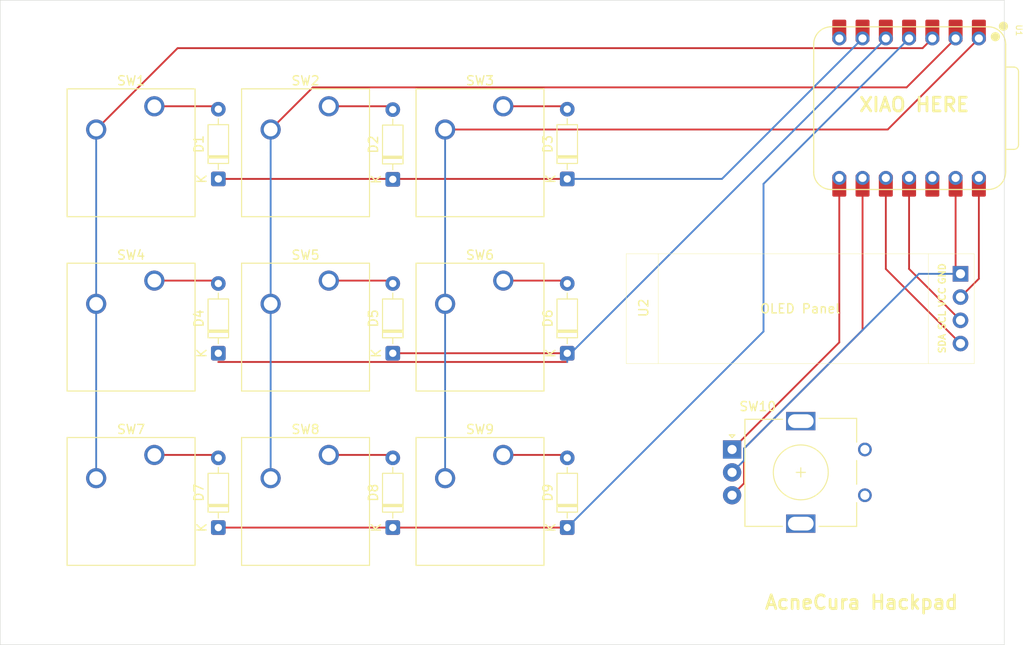
<source format=kicad_pcb>
(kicad_pcb (version 20241229) (generator "pcbnew") (generator_version "9.0")
  (layers (0 "F.Cu" signal) (2 "B.Cu" signal) (13 "F.Paste" user) (15 "B.Paste" user) (5 "F.SilkS" user "F.Silkscreen") (7 "B.SilkS" user "B.Silkscreen") (1 "F.Mask" user) (3 "B.Mask" user) (25 "Edge.Cuts" user))
  (net 0 "")
  (net 1 "+5V")
  (net 2 "GND")
  (net 4 "Row 0")
  (net 5 "Net-(D1-A)")
  (net 6 "Net-(D2-A)")
  (net 7 "Net-(D3-A)")
  (net 8 "Net-(D4-A)")
  (net 9 "Row 1")
  (net 10 "Net-(D5-A)")
  (net 11 "Net-(D6-A)")
  (net 12 "Row 2")
  (net 13 "Net-(D7-A)")
  (net 14 "Net-(D8-A)")
  (net 15 "Net-(D9-A)")
  (net 16 "Col 0")
  (net 17 "Col 1")
  (net 18 "Col 2")
  (net 19 "EN_B")
  (net 20 "EN_A")
  (net 21 "OL_SDA")
  (net 23 "OL_SCL")
  (footprint "Button_Switch_Keyboard:SW_Cherry_MX_1.00u_PCB" (layer "F.Cu") (at 135.89 99.695)
    (property "Reference" "SW7" (at -2.54 -2.794 0) (layer "F.SilkS"))
    (property "Value" "SW_Push")
    (fp_line (start -9.525 -1.905) (end 4.445 -1.905) (stroke (width 0.12)) (layer "F.SilkS"))
    (fp_line (start -9.525 12.065) (end -9.525 -1.905) (stroke (width 0.12)) (layer "F.SilkS"))
    (fp_line (start 4.445 -1.905) (end 4.445 12.065) (stroke (width 0.12)) (layer "F.SilkS"))
    (fp_line (start 4.445 12.065) (end -9.525 12.065) (stroke (width 0.12)) (layer "F.SilkS"))
    (pad "" np_thru_hole circle (at -7.62 5.08) (size 1.7 1.7) (drill 1.7) (layers "*.Cu" "*.Mask"))
    (pad "" np_thru_hole circle (at -2.54 5.08) (size 4 4) (drill 4) (layers "*.Cu" "*.Mask"))
    (pad "" np_thru_hole circle (at 2.54 5.08) (size 1.7 1.7) (drill 1.7) (layers "*.Cu" "*.Mask"))
    (pad "1" thru_hole circle (at 0 0) (size 2.2 2.2) (drill 1.5) (layers "*.Cu" "*.Mask") (net 13 "Net-(D7-A)"))
    (pad "2" thru_hole circle (at -6.35 2.54) (size 2.2 2.2) (drill 1.5) (layers "*.Cu" "*.Mask") (net 16 "Col 0"))
  )
  (footprint "Button_Switch_Keyboard:SW_Cherry_MX_1.00u_PCB" (layer "F.Cu") (at 154.94 80.645)
    (property "Reference" "SW5" (at -2.54 -2.794 0) (layer "F.SilkS"))
    (property "Value" "SW_Push")
    (fp_line (start -9.525 -1.905) (end 4.445 -1.905) (stroke (width 0.12)) (layer "F.SilkS"))
    (fp_line (start -9.525 12.065) (end -9.525 -1.905) (stroke (width 0.12)) (layer "F.SilkS"))
    (fp_line (start 4.445 -1.905) (end 4.445 12.065) (stroke (width 0.12)) (layer "F.SilkS"))
    (fp_line (start 4.445 12.065) (end -9.525 12.065) (stroke (width 0.12)) (layer "F.SilkS"))
    (pad "" np_thru_hole circle (at -7.62 5.08) (size 1.7 1.7) (drill 1.7) (layers "*.Cu" "*.Mask"))
    (pad "" np_thru_hole circle (at -2.54 5.08) (size 4 4) (drill 4) (layers "*.Cu" "*.Mask"))
    (pad "" np_thru_hole circle (at 2.54 5.08) (size 1.7 1.7) (drill 1.7) (layers "*.Cu" "*.Mask"))
    (pad "1" thru_hole circle (at 0 0) (size 2.2 2.2) (drill 1.5) (layers "*.Cu" "*.Mask") (net 10 "Net-(D5-A)"))
    (pad "2" thru_hole circle (at -6.35 2.54) (size 2.2 2.2) (drill 1.5) (layers "*.Cu" "*.Mask") (net 17 "Col 1"))
  )
  (footprint "Diode_THT:D_DO-35_SOD27_P7.62mm_Horizontal" (layer "F.Cu") (at 180.975 107.6325 90)
    (property "Reference" "D9" (at 3.81 -2.12 90) (layer "F.SilkS"))
    (property "Value" "1N4148WT")
    (fp_line (start 2.53 -1.12) (end 2.53 1.12) (stroke (width 0.12)) (layer "F.SilkS"))
    (fp_line (start 2.41 -1.12) (end 2.41 1.12) (stroke (width 0.12)) (layer "F.SilkS"))
    (fp_line (start 2.29 -1.12) (end 2.29 1.12) (stroke (width 0.12)) (layer "F.SilkS"))
    (fp_line (start 6.58 0) (end 5.93 0) (stroke (width 0.12)) (layer "F.SilkS"))
    (fp_line (start 1.04 0) (end 1.69 0) (stroke (width 0.12)) (layer "F.SilkS"))
    (fp_rect (start 1.69 -1.12) (end 5.93 1.12) (stroke (width 0.12)) (fill no) (layer "F.SilkS"))
    (fp_text user "K" (at 0 -1.8 90) (layer "F.SilkS"))
    (pad "1" thru_hole roundrect (at 0 0 90) (size 1.6 1.6) (drill 0.8) (layers "*.Cu" "*.Mask") (roundrect_rratio 0.15625) (net 12 "Row 2"))
    (pad "2" thru_hole circle (at 7.62 0 90) (size 1.6 1.6) (drill 0.8) (layers "*.Cu" "*.Mask") (net 15 "Net-(D9-A)"))
  )
  (footprint "Diode_THT:D_DO-35_SOD27_P7.62mm_Horizontal" (layer "F.Cu") (at 161.925 107.6325 90)
    (property "Reference" "D8" (at 3.81 -2.12 90) (layer "F.SilkS"))
    (property "Value" "1N4148WT")
    (fp_line (start 2.53 -1.12) (end 2.53 1.12) (stroke (width 0.12)) (layer "F.SilkS"))
    (fp_line (start 2.41 -1.12) (end 2.41 1.12) (stroke (width 0.12)) (layer "F.SilkS"))
    (fp_line (start 2.29 -1.12) (end 2.29 1.12) (stroke (width 0.12)) (layer "F.SilkS"))
    (fp_line (start 6.58 0) (end 5.93 0) (stroke (width 0.12)) (layer "F.SilkS"))
    (fp_line (start 1.04 0) (end 1.69 0) (stroke (width 0.12)) (layer "F.SilkS"))
    (fp_rect (start 1.69 -1.12) (end 5.93 1.12) (stroke (width 0.12)) (fill no) (layer "F.SilkS"))
    (fp_text user "K" (at 0 -1.8 90) (layer "F.SilkS"))
    (pad "1" thru_hole roundrect (at 0 0 90) (size 1.6 1.6) (drill 0.8) (layers "*.Cu" "*.Mask") (roundrect_rratio 0.15625) (net 12 "Row 2"))
    (pad "2" thru_hole circle (at 7.62 0 90) (size 1.6 1.6) (drill 0.8) (layers "*.Cu" "*.Mask") (net 14 "Net-(D8-A)"))
  )
  (footprint "Diode_THT:D_DO-35_SOD27_P7.62mm_Horizontal" (layer "F.Cu") (at 180.975 88.5825 90)
    (property "Reference" "D6" (at 3.81 -2.12 90) (layer "F.SilkS"))
    (property "Value" "1N4148WT")
    (fp_line (start 2.53 -1.12) (end 2.53 1.12) (stroke (width 0.12)) (layer "F.SilkS"))
    (fp_line (start 2.41 -1.12) (end 2.41 1.12) (stroke (width 0.12)) (layer "F.SilkS"))
    (fp_line (start 2.29 -1.12) (end 2.29 1.12) (stroke (width 0.12)) (layer "F.SilkS"))
    (fp_line (start 6.58 0) (end 5.93 0) (stroke (width 0.12)) (layer "F.SilkS"))
    (fp_line (start 1.04 0) (end 1.69 0) (stroke (width 0.12)) (layer "F.SilkS"))
    (fp_rect (start 1.69 -1.12) (end 5.93 1.12) (stroke (width 0.12)) (fill no) (layer "F.SilkS"))
    (fp_text user "K" (at 0 -1.8 90) (layer "F.SilkS"))
    (pad "1" thru_hole roundrect (at 0 0 90) (size 1.6 1.6) (drill 0.8) (layers "*.Cu" "*.Mask") (roundrect_rratio 0.15625) (net 9 "Row 1"))
    (pad "2" thru_hole circle (at 7.62 0 90) (size 1.6 1.6) (drill 0.8) (layers "*.Cu" "*.Mask") (net 11 "Net-(D6-A)"))
  )
  (footprint "Button_Switch_Keyboard:SW_Cherry_MX_1.00u_PCB" (layer "F.Cu") (at 135.89 61.595)
    (property "Reference" "SW1" (at -2.54 -2.794 0) (layer "F.SilkS"))
    (property "Value" "SW_Push")
    (fp_line (start -9.525 -1.905) (end 4.445 -1.905) (stroke (width 0.12)) (layer "F.SilkS"))
    (fp_line (start -9.525 12.065) (end -9.525 -1.905) (stroke (width 0.12)) (layer "F.SilkS"))
    (fp_line (start 4.445 -1.905) (end 4.445 12.065) (stroke (width 0.12)) (layer "F.SilkS"))
    (fp_line (start 4.445 12.065) (end -9.525 12.065) (stroke (width 0.12)) (layer "F.SilkS"))
    (pad "" np_thru_hole circle (at -7.62 5.08) (size 1.7 1.7) (drill 1.7) (layers "*.Cu" "*.Mask"))
    (pad "" np_thru_hole circle (at -2.54 5.08) (size 4 4) (drill 4) (layers "*.Cu" "*.Mask"))
    (pad "" np_thru_hole circle (at 2.54 5.08) (size 1.7 1.7) (drill 1.7) (layers "*.Cu" "*.Mask"))
    (pad "1" thru_hole circle (at 0 0) (size 2.2 2.2) (drill 1.5) (layers "*.Cu" "*.Mask") (net 5 "Net-(D1-A)"))
    (pad "2" thru_hole circle (at -6.35 2.54) (size 2.2 2.2) (drill 1.5) (layers "*.Cu" "*.Mask") (net 16 "Col 0"))
  )
  (footprint "Button_Switch_Keyboard:SW_Cherry_MX_1.00u_PCB" (layer "F.Cu") (at 173.99 80.645)
    (property "Reference" "SW6" (at -2.54 -2.794 0) (layer "F.SilkS"))
    (property "Value" "SW_Push")
    (fp_line (start -9.525 -1.905) (end 4.445 -1.905) (stroke (width 0.12)) (layer "F.SilkS"))
    (fp_line (start -9.525 12.065) (end -9.525 -1.905) (stroke (width 0.12)) (layer "F.SilkS"))
    (fp_line (start 4.445 -1.905) (end 4.445 12.065) (stroke (width 0.12)) (layer "F.SilkS"))
    (fp_line (start 4.445 12.065) (end -9.525 12.065) (stroke (width 0.12)) (layer "F.SilkS"))
    (pad "" np_thru_hole circle (at -7.62 5.08) (size 1.7 1.7) (drill 1.7) (layers "*.Cu" "*.Mask"))
    (pad "" np_thru_hole circle (at -2.54 5.08) (size 4 4) (drill 4) (layers "*.Cu" "*.Mask"))
    (pad "" np_thru_hole circle (at 2.54 5.08) (size 1.7 1.7) (drill 1.7) (layers "*.Cu" "*.Mask"))
    (pad "1" thru_hole circle (at 0 0) (size 2.2 2.2) (drill 1.5) (layers "*.Cu" "*.Mask") (net 11 "Net-(D6-A)"))
    (pad "2" thru_hole circle (at -6.35 2.54) (size 2.2 2.2) (drill 1.5) (layers "*.Cu" "*.Mask") (net 18 "Col 2"))
  )
  (footprint "Button_Switch_Keyboard:SW_Cherry_MX_1.00u_PCB" (layer "F.Cu") (at 154.94 61.595)
    (property "Reference" "SW2" (at -2.54 -2.794 0) (layer "F.SilkS"))
    (property "Value" "SW_Push")
    (fp_line (start -9.525 -1.905) (end 4.445 -1.905) (stroke (width 0.12)) (layer "F.SilkS"))
    (fp_line (start -9.525 12.065) (end -9.525 -1.905) (stroke (width 0.12)) (layer "F.SilkS"))
    (fp_line (start 4.445 -1.905) (end 4.445 12.065) (stroke (width 0.12)) (layer "F.SilkS"))
    (fp_line (start 4.445 12.065) (end -9.525 12.065) (stroke (width 0.12)) (layer "F.SilkS"))
    (pad "" np_thru_hole circle (at -7.62 5.08) (size 1.7 1.7) (drill 1.7) (layers "*.Cu" "*.Mask"))
    (pad "" np_thru_hole circle (at -2.54 5.08) (size 4 4) (drill 4) (layers "*.Cu" "*.Mask"))
    (pad "" np_thru_hole circle (at 2.54 5.08) (size 1.7 1.7) (drill 1.7) (layers "*.Cu" "*.Mask"))
    (pad "1" thru_hole circle (at 0 0) (size 2.2 2.2) (drill 1.5) (layers "*.Cu" "*.Mask") (net 6 "Net-(D2-A)"))
    (pad "2" thru_hole circle (at -6.35 2.54) (size 2.2 2.2) (drill 1.5) (layers "*.Cu" "*.Mask") (net 17 "Col 1"))
  )
  (footprint "OPL:XIAO-RP2040-DIP" (layer "F.Cu") (at 218.3 61.8 -90)
    (property "Reference" "U1" (at -8.5 -12 270) (layer "F.SilkS") (effects (font (size 0.635 0.635) (thickness 0.1016))))
    (property "Value" "XIAO-RP2040-DIP")
    (fp_line (start -6.985 10.414) (end 6.985 10.414) (stroke (width 0.127)) (layer "F.SilkS"))
    (fp_line (start -8.89 8.509) (end -8.89 -8.636) (stroke (width 0.127)) (layer "F.SilkS"))
    (fp_line (start 8.89 8.509) (end 8.89 -8.636) (stroke (width 0.127)) (layer "F.SilkS"))
    (fp_line (start -4.495 -10.541) (end -4.491272 -11.451272) (stroke (width 0.127)) (layer "F.SilkS"))
    (fp_line (start 6.985 -10.541) (end -6.985 -10.541) (stroke (width 0.1)) (layer "F.SilkS"))
    (fp_line (start 6.985 -10.541) (end -6.985 -10.541) (stroke (width 0.127)) (layer "F.SilkS"))
    (fp_line (start 4.504 -11.451) (end 4.504 -10.541) (stroke (width 0.127)) (layer "F.SilkS"))
    (fp_line (start -3.991272 -11.951) (end 4.004 -11.951) (stroke (width 0.127)) (layer "F.SilkS"))
    (fp_arc (start -6.985 10.414) (mid -8.332038 9.856038) (end -8.89 8.509) (stroke (width 0.127)) (layer "F.SilkS"))
    (fp_arc (start 8.89 8.509) (mid 8.332038 9.856038) (end 6.985 10.414) (stroke (width 0.127)) (layer "F.SilkS"))
    (fp_arc (start -8.89 -8.636) (mid -8.332038 -9.983038) (end -6.985 -10.541) (stroke (width 0.127)) (layer "F.SilkS"))
    (fp_arc (start 6.985 -10.541) (mid 8.332038 -9.983038) (end 8.89 -8.636) (stroke (width 0.127)) (layer "F.SilkS"))
    (fp_arc (start -4.491272 -11.451272) (mid -4.344728 -11.80464) (end -3.991272 -11.951) (stroke (width 0.127)) (layer "F.SilkS"))
    (fp_arc (start 4.004 -11.951) (mid 4.357553 -11.804553) (end 4.504 -11.451) (stroke (width 0.127)) (layer "F.SilkS"))
    (fp_circle (center -7.807 -9.42) (end -7.807 -9.674) (stroke (width 0.5)) (fill yes) (layer "F.SilkS"))
    (fp_circle (center -8.95 -10.3) (end -8.95 -10.554) (stroke (width 0.5)) (fill yes) (layer "F.SilkS"))
    (pad "1" smd roundrect (at -8.455 -7.62 90) (size 2.432 1.524) (layers "F.Cu" "F.Mask") (roundrect_rratio 0.1) (net 18 "Col 2"))
    (pad "1" thru_hole circle (at -7.62 -7.62 90) (size 1.524 1.524) (drill 0.889) (layers "*.Cu" "*.Mask") (net 18 "Col 2"))
    (pad "2" smd roundrect (at -8.455 -5.08 90) (size 2.432 1.524) (layers "F.Cu" "F.Mask") (roundrect_rratio 0.1) (net 17 "Col 1"))
    (pad "2" thru_hole circle (at -7.62 -5.08 90) (size 1.524 1.524) (drill 0.889) (layers "*.Cu" "*.Mask") (net 17 "Col 1"))
    (pad "3" smd roundrect (at -8.455 -2.54 90) (size 2.432 1.524) (layers "F.Cu" "F.Mask") (roundrect_rratio 0.1) (net 16 "Col 0"))
    (pad "3" thru_hole circle (at -7.62 -2.54 90) (size 1.524 1.524) (drill 0.889) (layers "*.Cu" "*.Mask") (net 16 "Col 0"))
    (pad "4" smd roundrect (at -8.455 0 90) (size 2.432 1.524) (layers "F.Cu" "F.Mask") (roundrect_rratio 0.1) (net 12 "Row 2"))
    (pad "4" thru_hole circle (at -7.62 0 90) (size 1.524 1.524) (drill 0.889) (layers "*.Cu" "*.Mask") (net 12 "Row 2"))
    (pad "5" smd roundrect (at -8.455 2.54 90) (size 2.432 1.524) (layers "F.Cu" "F.Mask") (roundrect_rratio 0.1) (net 9 "Row 1"))
    (pad "5" thru_hole circle (at -7.62 2.54 90) (size 1.524 1.524) (drill 0.889) (layers "*.Cu" "*.Mask") (net 9 "Row 1"))
    (pad "6" smd roundrect (at -8.455 5.08 90) (size 2.432 1.524) (layers "F.Cu" "F.Mask") (roundrect_rratio 0.1) (net 4 "Row 0"))
    (pad "6" thru_hole circle (at -7.62 5.08 90) (size 1.524 1.524) (drill 0.889) (layers "*.Cu" "*.Mask") (net 4 "Row 0"))
    (pad "7" smd roundrect (at -8.455 7.62 90) (size 2.432 1.524) (layers "F.Cu" "F.Mask") (roundrect_rratio 0.1))
    (pad "7" thru_hole circle (at -7.62 7.62 90) (size 1.524 1.524) (drill 0.889) (layers "*.Cu" "*.Mask"))
    (pad "8" thru_hole circle (at 7.62 7.62 270) (size 1.524 1.524) (drill 0.889) (layers "*.Cu" "*.Mask") (net 20 "EN_A"))
    (pad "8" smd roundrect (at 8.455 7.62 270) (size 2.432 1.524) (layers "F.Cu" "F.Mask") (roundrect_rratio 0.1) (net 20 "EN_A"))
    (pad "9" thru_hole circle (at 7.62 5.08 270) (size 1.524 1.524) (drill 0.889) (layers "*.Cu" "*.Mask") (net 19 "EN_B"))
    (pad "9" smd roundrect (at 8.455 5.08 270) (size 2.432 1.524) (layers "F.Cu" "F.Mask") (roundrect_rratio 0.1) (net 19 "EN_B"))
    (pad "10" thru_hole circle (at 7.62 2.54 270) (size 1.524 1.524) (drill 0.889) (layers "*.Cu" "*.Mask") (net 21 "OL_SDA"))
    (pad "10" smd roundrect (at 8.455 2.54 270) (size 2.432 1.524) (layers "F.Cu" "F.Mask") (roundrect_rratio 0.1) (net 21 "OL_SDA"))
    (pad "11" thru_hole circle (at 7.62 0 270) (size 1.524 1.524) (drill 0.889) (layers "*.Cu" "*.Mask") (net 23 "OL_SCL"))
    (pad "11" smd roundrect (at 8.455 0 270) (size 2.432 1.524) (layers "F.Cu" "F.Mask") (roundrect_rratio 0.1) (net 23 "OL_SCL"))
    (pad "12" thru_hole circle (at 7.62 -2.54 270) (size 1.524 1.524) (drill 0.889) (layers "*.Cu" "*.Mask"))
    (pad "12" smd roundrect (at 8.455 -2.54 270) (size 2.432 1.524) (layers "F.Cu" "F.Mask") (roundrect_rratio 0.1))
    (pad "13" thru_hole circle (at 7.62 -5.08 270) (size 1.524 1.524) (drill 0.889) (layers "*.Cu" "*.Mask") (net 2 "GND"))
    (pad "13" smd roundrect (at 8.455 -5.08 270) (size 2.432 1.524) (layers "F.Cu" "F.Mask") (roundrect_rratio 0.1) (net 2 "GND"))
    (pad "14" thru_hole circle (at 7.62 -7.62 270) (size 1.524 1.524) (drill 0.889) (layers "*.Cu" "*.Mask") (net 1 "+5V"))
    (pad "14" smd roundrect (at 8.455 -7.62 270) (size 2.432 1.524) (layers "F.Cu" "F.Mask") (roundrect_rratio 0.1) (net 1 "+5V"))
  )
  (footprint "Diode_THT:D_DO-35_SOD27_P7.62mm_Horizontal" (layer "F.Cu") (at 161.925 88.5825 90)
    (property "Reference" "D5" (at 3.81 -2.12 90) (layer "F.SilkS"))
    (property "Value" "1N4148WT")
    (fp_line (start 2.53 -1.12) (end 2.53 1.12) (stroke (width 0.12)) (layer "F.SilkS"))
    (fp_line (start 2.41 -1.12) (end 2.41 1.12) (stroke (width 0.12)) (layer "F.SilkS"))
    (fp_line (start 2.29 -1.12) (end 2.29 1.12) (stroke (width 0.12)) (layer "F.SilkS"))
    (fp_line (start 6.58 0) (end 5.93 0) (stroke (width 0.12)) (layer "F.SilkS"))
    (fp_line (start 1.04 0) (end 1.69 0) (stroke (width 0.12)) (layer "F.SilkS"))
    (fp_rect (start 1.69 -1.12) (end 5.93 1.12) (stroke (width 0.12)) (fill no) (layer "F.SilkS"))
    (fp_text user "K" (at 0 -1.8 90) (layer "F.SilkS"))
    (pad "1" thru_hole roundrect (at 0 0 90) (size 1.6 1.6) (drill 0.8) (layers "*.Cu" "*.Mask") (roundrect_rratio 0.15625) (net 9 "Row 1"))
    (pad "2" thru_hole circle (at 7.62 0 90) (size 1.6 1.6) (drill 0.8) (layers "*.Cu" "*.Mask") (net 10 "Net-(D5-A)"))
  )
  (footprint "Button_Switch_Keyboard:SW_Cherry_MX_1.00u_PCB" (layer "F.Cu") (at 173.99 61.595)
    (property "Reference" "SW3" (at -2.54 -2.794 0) (layer "F.SilkS"))
    (property "Value" "SW_Push")
    (fp_line (start -9.525 -1.905) (end 4.445 -1.905) (stroke (width 0.12)) (layer "F.SilkS"))
    (fp_line (start -9.525 12.065) (end -9.525 -1.905) (stroke (width 0.12)) (layer "F.SilkS"))
    (fp_line (start 4.445 -1.905) (end 4.445 12.065) (stroke (width 0.12)) (layer "F.SilkS"))
    (fp_line (start 4.445 12.065) (end -9.525 12.065) (stroke (width 0.12)) (layer "F.SilkS"))
    (pad "" np_thru_hole circle (at -7.62 5.08) (size 1.7 1.7) (drill 1.7) (layers "*.Cu" "*.Mask"))
    (pad "" np_thru_hole circle (at -2.54 5.08) (size 4 4) (drill 4) (layers "*.Cu" "*.Mask"))
    (pad "" np_thru_hole circle (at 2.54 5.08) (size 1.7 1.7) (drill 1.7) (layers "*.Cu" "*.Mask"))
    (pad "1" thru_hole circle (at 0 0) (size 2.2 2.2) (drill 1.5) (layers "*.Cu" "*.Mask") (net 7 "Net-(D3-A)"))
    (pad "2" thru_hole circle (at -6.35 2.54) (size 2.2 2.2) (drill 1.5) (layers "*.Cu" "*.Mask") (net 18 "Col 2"))
  )
  (footprint "OLED:SSD1306-0.91-OLED-4pin-128x32" (layer "F.Cu") (at 187.415 77.715)
    (property "Reference" "U2" (at 1.9 5.91 90) (layer "F.SilkS"))
    (property "Value" "~")
    (fp_line (start 0 0) (end 0 12) (stroke (width 0.04)) (layer "F.SilkS"))
    (fp_line (start 0 12) (end 38 12) (stroke (width 0.04)) (layer "F.SilkS"))
    (fp_line (start 3.5 0) (end 3.5 12) (stroke (width 0.04)) (layer "F.SilkS"))
    (fp_line (start 33 0) (end 33 12) (stroke (width 0.04)) (layer "F.SilkS"))
    (fp_line (start 38 0) (end 0 0) (stroke (width 0.04)) (layer "F.SilkS"))
    (fp_line (start 38 12) (end 38 0) (stroke (width 0.04)) (layer "F.SilkS"))
    (fp_text user "GND" (at 34.5 2.19 270) (layer "F.SilkS") (effects (font (size 0.75 0.75))))
    (fp_text user "VCC" (at 34.5 4.73 270) (layer "F.SilkS") (effects (font (size 0.75 0.75))))
    (fp_text user "SDA" (at 34.5 9.81 270) (layer "F.SilkS") (effects (font (size 0.75 0.75))))
    (fp_text user "OLED Panel" (at 19 6 0) (layer "F.SilkS"))
    (fp_text user "SCL" (at 34.5 7.27 270) (layer "F.SilkS") (effects (font (size 0.75 0.75))))
    (pad "1" thru_hole rect (at 36.5 2.19) (size 1.7 1.7) (drill 1) (layers "*.Cu" "*.Mask") (net 2 "GND"))
    (pad "2" thru_hole oval (at 36.5 4.73) (size 1.7 1.7) (drill 1) (layers "*.Cu" "*.Mask") (net 1 "+5V"))
    (pad "3" thru_hole oval (at 36.5 7.27) (size 1.7 1.7) (drill 1) (layers "*.Cu" "*.Mask") (net 23 "OL_SCL"))
    (pad "4" thru_hole oval (at 36.5 9.81) (size 1.7 1.7) (drill 1) (layers "*.Cu" "*.Mask") (net 21 "OL_SDA"))
  )
  (footprint "Button_Switch_Keyboard:SW_Cherry_MX_1.00u_PCB" (layer "F.Cu") (at 154.94 99.695)
    (property "Reference" "SW8" (at -2.54 -2.794 0) (layer "F.SilkS"))
    (property "Value" "SW_Push")
    (fp_line (start -9.525 -1.905) (end 4.445 -1.905) (stroke (width 0.12)) (layer "F.SilkS"))
    (fp_line (start -9.525 12.065) (end -9.525 -1.905) (stroke (width 0.12)) (layer "F.SilkS"))
    (fp_line (start 4.445 -1.905) (end 4.445 12.065) (stroke (width 0.12)) (layer "F.SilkS"))
    (fp_line (start 4.445 12.065) (end -9.525 12.065) (stroke (width 0.12)) (layer "F.SilkS"))
    (pad "" np_thru_hole circle (at -7.62 5.08) (size 1.7 1.7) (drill 1.7) (layers "*.Cu" "*.Mask"))
    (pad "" np_thru_hole circle (at -2.54 5.08) (size 4 4) (drill 4) (layers "*.Cu" "*.Mask"))
    (pad "" np_thru_hole circle (at 2.54 5.08) (size 1.7 1.7) (drill 1.7) (layers "*.Cu" "*.Mask"))
    (pad "1" thru_hole circle (at 0 0) (size 2.2 2.2) (drill 1.5) (layers "*.Cu" "*.Mask") (net 14 "Net-(D8-A)"))
    (pad "2" thru_hole circle (at -6.35 2.54) (size 2.2 2.2) (drill 1.5) (layers "*.Cu" "*.Mask") (net 17 "Col 1"))
  )
  (footprint "Diode_THT:D_DO-35_SOD27_P7.62mm_Horizontal" (layer "F.Cu") (at 142.875 88.5825 90)
    (property "Reference" "D4" (at 3.81 -2.12 90) (layer "F.SilkS"))
    (property "Value" "1N4148WT")
    (fp_line (start 2.53 -1.12) (end 2.53 1.12) (stroke (width 0.12)) (layer "F.SilkS"))
    (fp_line (start 2.41 -1.12) (end 2.41 1.12) (stroke (width 0.12)) (layer "F.SilkS"))
    (fp_line (start 2.29 -1.12) (end 2.29 1.12) (stroke (width 0.12)) (layer "F.SilkS"))
    (fp_line (start 6.58 0) (end 5.93 0) (stroke (width 0.12)) (layer "F.SilkS"))
    (fp_line (start 1.04 0) (end 1.69 0) (stroke (width 0.12)) (layer "F.SilkS"))
    (fp_rect (start 1.69 -1.12) (end 5.93 1.12) (stroke (width 0.12)) (fill no) (layer "F.SilkS"))
    (fp_text user "K" (at 0 -1.8 90) (layer "F.SilkS"))
    (pad "1" thru_hole roundrect (at 0 0 90) (size 1.6 1.6) (drill 0.8) (layers "*.Cu" "*.Mask") (roundrect_rratio 0.15625) (net 9 "Row 1"))
    (pad "2" thru_hole circle (at 7.62 0 90) (size 1.6 1.6) (drill 0.8) (layers "*.Cu" "*.Mask") (net 8 "Net-(D4-A)"))
  )
  (footprint "Button_Switch_Keyboard:SW_Cherry_MX_1.00u_PCB" (layer "F.Cu") (at 173.99 99.695)
    (property "Reference" "SW9" (at -2.54 -2.794 0) (layer "F.SilkS"))
    (property "Value" "SW_Push")
    (fp_line (start -9.525 -1.905) (end 4.445 -1.905) (stroke (width 0.12)) (layer "F.SilkS"))
    (fp_line (start -9.525 12.065) (end -9.525 -1.905) (stroke (width 0.12)) (layer "F.SilkS"))
    (fp_line (start 4.445 -1.905) (end 4.445 12.065) (stroke (width 0.12)) (layer "F.SilkS"))
    (fp_line (start 4.445 12.065) (end -9.525 12.065) (stroke (width 0.12)) (layer "F.SilkS"))
    (pad "" np_thru_hole circle (at -7.62 5.08) (size 1.7 1.7) (drill 1.7) (layers "*.Cu" "*.Mask"))
    (pad "" np_thru_hole circle (at -2.54 5.08) (size 4 4) (drill 4) (layers "*.Cu" "*.Mask"))
    (pad "" np_thru_hole circle (at 2.54 5.08) (size 1.7 1.7) (drill 1.7) (layers "*.Cu" "*.Mask"))
    (pad "1" thru_hole circle (at 0 0) (size 2.2 2.2) (drill 1.5) (layers "*.Cu" "*.Mask") (net 15 "Net-(D9-A)"))
    (pad "2" thru_hole circle (at -6.35 2.54) (size 2.2 2.2) (drill 1.5) (layers "*.Cu" "*.Mask") (net 18 "Col 2"))
  )
  (footprint "Diode_THT:D_DO-35_SOD27_P7.62mm_Horizontal" (layer "F.Cu") (at 142.875 69.5325 90)
    (property "Reference" "D1" (at 3.81 -2.12 90) (layer "F.SilkS"))
    (property "Value" "1N4148WT")
    (fp_line (start 2.53 -1.12) (end 2.53 1.12) (stroke (width 0.12)) (layer "F.SilkS"))
    (fp_line (start 2.41 -1.12) (end 2.41 1.12) (stroke (width 0.12)) (layer "F.SilkS"))
    (fp_line (start 2.29 -1.12) (end 2.29 1.12) (stroke (width 0.12)) (layer "F.SilkS"))
    (fp_line (start 6.58 0) (end 5.93 0) (stroke (width 0.12)) (layer "F.SilkS"))
    (fp_line (start 1.04 0) (end 1.69 0) (stroke (width 0.12)) (layer "F.SilkS"))
    (fp_rect (start 1.69 -1.12) (end 5.93 1.12) (stroke (width 0.12)) (fill no) (layer "F.SilkS"))
    (fp_text user "K" (at 0 -1.8 90) (layer "F.SilkS"))
    (pad "1" thru_hole roundrect (at 0 0 90) (size 1.6 1.6) (drill 0.8) (layers "*.Cu" "*.Mask") (roundrect_rratio 0.15625) (net 4 "Row 0"))
    (pad "2" thru_hole circle (at 7.62 0 90) (size 1.6 1.6) (drill 0.8) (layers "*.Cu" "*.Mask") (net 5 "Net-(D1-A)"))
  )
  (footprint "Diode_THT:D_DO-35_SOD27_P7.62mm_Horizontal" (layer "F.Cu") (at 142.875 107.6325 90)
    (property "Reference" "D7" (at 3.81 -2.12 90) (layer "F.SilkS"))
    (property "Value" "1N4148WT")
    (fp_line (start 2.53 -1.12) (end 2.53 1.12) (stroke (width 0.12)) (layer "F.SilkS"))
    (fp_line (start 2.41 -1.12) (end 2.41 1.12) (stroke (width 0.12)) (layer "F.SilkS"))
    (fp_line (start 2.29 -1.12) (end 2.29 1.12) (stroke (width 0.12)) (layer "F.SilkS"))
    (fp_line (start 6.58 0) (end 5.93 0) (stroke (width 0.12)) (layer "F.SilkS"))
    (fp_line (start 1.04 0) (end 1.69 0) (stroke (width 0.12)) (layer "F.SilkS"))
    (fp_rect (start 1.69 -1.12) (end 5.93 1.12) (stroke (width 0.12)) (fill no) (layer "F.SilkS"))
    (fp_text user "K" (at 0 -1.8 90) (layer "F.SilkS"))
    (pad "1" thru_hole roundrect (at 0 0 90) (size 1.6 1.6) (drill 0.8) (layers "*.Cu" "*.Mask") (roundrect_rratio 0.15625) (net 12 "Row 2"))
    (pad "2" thru_hole circle (at 7.62 0 90) (size 1.6 1.6) (drill 0.8) (layers "*.Cu" "*.Mask") (net 13 "Net-(D7-A)"))
  )
  (footprint "Diode_THT:D_DO-35_SOD27_P7.62mm_Horizontal" (layer "F.Cu") (at 161.925 69.57875 90)
    (property "Reference" "D2" (at 3.81 -2.12 90) (layer "F.SilkS"))
    (property "Value" "1N4148WT")
    (fp_line (start 2.53 -1.12) (end 2.53 1.12) (stroke (width 0.12)) (layer "F.SilkS"))
    (fp_line (start 2.41 -1.12) (end 2.41 1.12) (stroke (width 0.12)) (layer "F.SilkS"))
    (fp_line (start 2.29 -1.12) (end 2.29 1.12) (stroke (width 0.12)) (layer "F.SilkS"))
    (fp_line (start 6.58 0) (end 5.93 0) (stroke (width 0.12)) (layer "F.SilkS"))
    (fp_line (start 1.04 0) (end 1.69 0) (stroke (width 0.12)) (layer "F.SilkS"))
    (fp_rect (start 1.69 -1.12) (end 5.93 1.12) (stroke (width 0.12)) (fill no) (layer "F.SilkS"))
    (fp_text user "K" (at 0 -1.8 90) (layer "F.SilkS"))
    (pad "1" thru_hole roundrect (at 0 0 90) (size 1.6 1.6) (drill 0.8) (layers "*.Cu" "*.Mask") (roundrect_rratio 0.15625) (net 4 "Row 0"))
    (pad "2" thru_hole circle (at 7.62 0 90) (size 1.6 1.6) (drill 0.8) (layers "*.Cu" "*.Mask") (net 6 "Net-(D2-A)"))
  )
  (footprint "Rotary Encoder:RotaryEncoder_Alps_EC11E_Vertical_H20mm" (layer "F.Cu") (at 198.975 99.1)
    (property "Reference" "SW10" (at 2.8 -4.7 0) (layer "F.SilkS"))
    (property "Value" "RotaryEncoder")
    (fp_line (start -0.3 -1.6) (end 0.3 -1.6) (stroke (width 0.12)) (layer "F.SilkS"))
    (fp_line (start 0 -1.3) (end -0.3 -1.6) (stroke (width 0.12)) (layer "F.SilkS"))
    (fp_line (start 0.3 -1.6) (end 0 -1.3) (stroke (width 0.12)) (layer "F.SilkS"))
    (fp_line (start 1.4 -3.3) (end 1.4 8.4) (stroke (width 0.12)) (layer "F.SilkS"))
    (fp_line (start 5.5 -3.3) (end 1.4 -3.3) (stroke (width 0.12)) (layer "F.SilkS"))
    (fp_line (start 5.5 8.4) (end 1.4 8.4) (stroke (width 0.12)) (layer "F.SilkS"))
    (fp_line (start 7 2.5) (end 8 2.5) (stroke (width 0.12)) (layer "F.SilkS"))
    (fp_line (start 7.5 2) (end 7.5 3) (stroke (width 0.12)) (layer "F.SilkS"))
    (fp_line (start 9.5 -3.4) (end 13.6 -3.4) (stroke (width 0.12)) (layer "F.SilkS"))
    (fp_line (start 13.6 -3.4) (end 13.6 -0.8) (stroke (width 0.12)) (layer "F.SilkS"))
    (fp_line (start 13.6 1.2) (end 13.6 3.8) (stroke (width 0.12)) (layer "F.SilkS"))
    (fp_line (start 13.6 5.8) (end 13.6 8.4) (stroke (width 0.12)) (layer "F.SilkS"))
    (fp_line (start 13.6 8.4) (end 9.5 8.4) (stroke (width 0.12)) (layer "F.SilkS"))
    (fp_circle (center 7.5 2.5) (end 10.5 2.5) (stroke (width 0.12)) (fill no) (layer "F.SilkS"))
    (pad "" thru_hole circle (at 14.5 0) (size 1.5 1.5) (drill 1) (layers "*.Cu" "*.Mask"))
    (pad "" thru_hole circle (at 14.5 5) (size 1.5 1.5) (drill 1) (layers "*.Cu" "*.Mask"))
    (pad "A" thru_hole rect (at 0 0) (size 2 2) (drill 1) (layers "*.Cu" "*.Mask") (net 20 "EN_A"))
    (pad "B" thru_hole circle (at 0 5) (size 2 2) (drill 1) (layers "*.Cu" "*.Mask") (net 19 "EN_B"))
    (pad "C" thru_hole circle (at 0 2.5) (size 2 2) (drill 1) (layers "*.Cu" "*.Mask") (net 2 "GND"))
    (pad "MP" thru_hole rect (at 7.5 -3.1) (size 3.2 2) (drill oval 2.8 1.5) (layers "*.Cu" "*.Mask"))
    (pad "MP" thru_hole rect (at 7.5 8.1) (size 3.2 2) (drill oval 2.8 1.5) (layers "*.Cu" "*.Mask"))
  )
  (footprint "Button_Switch_Keyboard:SW_Cherry_MX_1.00u_PCB" (layer "F.Cu") (at 135.89 80.645)
    (property "Reference" "SW4" (at -2.54 -2.794 0) (layer "F.SilkS"))
    (property "Value" "SW_Push")
    (fp_line (start -9.525 -1.905) (end 4.445 -1.905) (stroke (width 0.12)) (layer "F.SilkS"))
    (fp_line (start -9.525 12.065) (end -9.525 -1.905) (stroke (width 0.12)) (layer "F.SilkS"))
    (fp_line (start 4.445 -1.905) (end 4.445 12.065) (stroke (width 0.12)) (layer "F.SilkS"))
    (fp_line (start 4.445 12.065) (end -9.525 12.065) (stroke (width 0.12)) (layer "F.SilkS"))
    (pad "" np_thru_hole circle (at -7.62 5.08) (size 1.7 1.7) (drill 1.7) (layers "*.Cu" "*.Mask"))
    (pad "" np_thru_hole circle (at -2.54 5.08) (size 4 4) (drill 4) (layers "*.Cu" "*.Mask"))
    (pad "" np_thru_hole circle (at 2.54 5.08) (size 1.7 1.7) (drill 1.7) (layers "*.Cu" "*.Mask"))
    (pad "1" thru_hole circle (at 0 0) (size 2.2 2.2) (drill 1.5) (layers "*.Cu" "*.Mask") (net 8 "Net-(D4-A)"))
    (pad "2" thru_hole circle (at -6.35 2.54) (size 2.2 2.2) (drill 1.5) (layers "*.Cu" "*.Mask") (net 16 "Col 0"))
  )
  (footprint "Diode_THT:D_DO-35_SOD27_P7.62mm_Horizontal" (layer "F.Cu") (at 180.975 69.5325 90)
    (property "Reference" "D3" (at 3.81 -2.12 90) (layer "F.SilkS"))
    (property "Value" "1N4148WT")
    (fp_line (start 2.53 -1.12) (end 2.53 1.12) (stroke (width 0.12)) (layer "F.SilkS"))
    (fp_line (start 2.41 -1.12) (end 2.41 1.12) (stroke (width 0.12)) (layer "F.SilkS"))
    (fp_line (start 2.29 -1.12) (end 2.29 1.12) (stroke (width 0.12)) (layer "F.SilkS"))
    (fp_line (start 6.58 0) (end 5.93 0) (stroke (width 0.12)) (layer "F.SilkS"))
    (fp_line (start 1.04 0) (end 1.69 0) (stroke (width 0.12)) (layer "F.SilkS"))
    (fp_rect (start 1.69 -1.12) (end 5.93 1.12) (stroke (width 0.12)) (fill no) (layer "F.SilkS"))
    (fp_text user "K" (at 0 -1.8 90) (layer "F.SilkS"))
    (pad "1" thru_hole roundrect (at 0 0 90) (size 1.6 1.6) (drill 0.8) (layers "*.Cu" "*.Mask") (roundrect_rratio 0.15625) (net 4 "Row 0"))
    (pad "2" thru_hole circle (at 7.62 0 90) (size 1.6 1.6) (drill 0.8) (layers "*.Cu" "*.Mask") (net 7 "Net-(D3-A)"))
  )
  (gr_rect (start 119.0625 50.00625) (end 228.7 120.4375) (stroke (width 0.05)) (fill no) (layer "Edge.Cuts"))
  (gr_text "XIAO HERE" (at 212.7 62.3 0) (layer "F.SilkS") (effects (font (size 1.5 1.5) (thickness 0.3) (bold yes)) (justify left bottom)))
  (gr_text "AcneCura Hackpad" (at 202.40625 116.68125 0) (layer "F.SilkS") (effects (font (size 1.5 1.5) (thickness 0.3) (bold yes)) (justify left bottom)))
  (segment (start 225.92 70.255) (end 225.92 80.44) (width 0.2) (layer "F.Cu") (net 1))
  (segment (start 225.92 80.44) (end 223.915 82.445) (width 0.2) (layer "F.Cu") (net 1))
  (segment (start 223.38 70.255) (end 223.38 79.37) (width 0.2) (layer "F.Cu") (net 2))
  (segment (start 223.38 79.37) (end 223.915 79.905) (width 0.2) (layer "F.Cu") (net 2))
  (segment (start 219.368 79.905) (end 200.276 98.997) (width 0.2) (layer "B.Cu") (net 2))
  (segment (start 200.276 98.997) (end 200.276 100.299) (width 0.2) (layer "B.Cu") (net 2))
  (segment (start 223.915 79.905) (end 219.368 79.905) (width 0.2) (layer "B.Cu") (net 2))
  (segment (start 200.276 100.299) (end 198.975 101.6) (width 0.2) (layer "B.Cu") (net 2))
  (segment (start 180.975 69.5325) (end 142.875 69.5325) (width 0.2) (layer "F.Cu") (net 4))
  (segment (start 197.8675 69.5325) (end 180.975 69.5325) (width 0.2) (layer "B.Cu") (net 4))
  (segment (start 213.22 54.18) (end 197.8675 69.5325) (width 0.2) (layer "B.Cu") (net 4))
  (segment (start 142.5575 61.595) (end 142.875 61.9125) (width 0.2) (layer "F.Cu") (net 5))
  (segment (start 135.89 61.595) (end 142.5575 61.595) (width 0.2) (layer "F.Cu") (net 5))
  (segment (start 154.94 61.595) (end 161.56125 61.595) (width 0.2) (layer "F.Cu") (net 6))
  (segment (start 161.56125 61.595) (end 161.925 61.95875) (width 0.2) (layer "F.Cu") (net 6))
  (segment (start 173.99 61.595) (end 180.6575 61.595) (width 0.2) (layer "F.Cu") (net 7))
  (segment (start 180.6575 61.595) (end 180.975 61.9125) (width 0.2) (layer "F.Cu") (net 7))
  (segment (start 135.89 80.645) (end 142.5575 80.645) (width 0.2) (layer "F.Cu") (net 8))
  (segment (start 142.5575 80.645) (end 142.875 80.9625) (width 0.2) (layer "F.Cu") (net 8))
  (segment (start 161.925 88.5825) (end 180.975 88.5825) (width 0.2) (layer "F.Cu") (net 9))
  (segment (start 180.975 89.535) (end 142.875 89.535) (width 0.2) (layer "F.Cu") (net 9))
  (segment (start 215.76 54.18) (end 180.975 88.965) (width 0.2) (layer "B.Cu") (net 9))
  (segment (start 180.975 88.965) (end 180.975 89.535) (width 0.2) (layer "B.Cu") (net 9))
  (segment (start 161.6075 80.645) (end 161.925 80.9625) (width 0.2) (layer "F.Cu") (net 10))
  (segment (start 154.94 80.645) (end 161.6075 80.645) (width 0.2) (layer "F.Cu") (net 10))
  (segment (start 180.6575 80.645) (end 180.975 80.9625) (width 0.2) (layer "F.Cu") (net 11))
  (segment (start 173.99 80.645) (end 180.6575 80.645) (width 0.2) (layer "F.Cu") (net 11))
  (segment (start 180.975 107.6325) (end 142.875 107.6325) (width 0.2) (layer "F.Cu") (net 12))
  (segment (start 202.40625 70.07375) (end 202.40625 86.20125) (width 0.2) (layer "B.Cu") (net 12))
  (segment (start 218.3 54.18) (end 202.40625 70.07375) (width 0.2) (layer "B.Cu") (net 12))
  (segment (start 202.40625 86.20125) (end 180.975 107.6325) (width 0.2) (layer "B.Cu") (net 12))
  (segment (start 142.5575 99.695) (end 142.875 100.0125) (width 0.2) (layer "F.Cu") (net 13))
  (segment (start 135.89 99.695) (end 142.5575 99.695) (width 0.2) (layer "F.Cu") (net 13))
  (segment (start 154.94 99.695) (end 161.6075 99.695) (width 0.2) (layer "F.Cu") (net 14))
  (segment (start 161.6075 99.695) (end 161.925 100.0125) (width 0.2) (layer "F.Cu") (net 14))
  (segment (start 173.99 99.695) (end 180.6575 99.695) (width 0.2) (layer "F.Cu") (net 15))
  (segment (start 180.6575 99.695) (end 180.975 100.0125) (width 0.2) (layer "F.Cu") (net 15))
  (segment (start 138.432 55.243) (end 129.54 64.135) (width 0.2) (layer "F.Cu") (net 16))
  (segment (start 219.777 55.243) (end 138.432 55.243) (width 0.2) (layer "F.Cu") (net 16))
  (segment (start 220.84 54.18) (end 219.777 55.243) (width 0.2) (layer "F.Cu") (net 16))
  (segment (start 129.54 64.135) (end 129.54 102.235) (width 0.2) (layer "B.Cu") (net 16))
  (segment (start 223.38 54.18) (end 218.02875 59.53125) (width 0.2) (layer "F.Cu") (net 17))
  (segment (start 218.02875 59.53125) (end 153.19375 59.53125) (width 0.2) (layer "F.Cu") (net 17))
  (segment (start 153.19375 59.53125) (end 148.59 64.135) (width 0.2) (layer "F.Cu") (net 17))
  (segment (start 148.59 64.135) (end 148.59 102.235) (width 0.2) (layer "B.Cu") (net 17))
  (segment (start 215.965 64.135) (end 167.64 64.135) (width 0.2) (layer "F.Cu") (net 18))
  (segment (start 225.92 54.18) (end 215.965 64.135) (width 0.2) (layer "F.Cu") (net 18))
  (segment (start 167.64 64.135) (end 167.64 102.235) (width 0.2) (layer "B.Cu") (net 18))
  (segment (start 213.22 70.255) (end 213.22 86.053) (width 0.2) (layer "F.Cu") (net 19))
  (segment (start 200.276 98.997) (end 200.276 102.799) (width 0.2) (layer "F.Cu") (net 19))
  (segment (start 213.22 86.053) (end 200.276 98.997) (width 0.2) (layer "F.Cu") (net 19))
  (segment (start 200.276 102.799) (end 198.975 104.1) (width 0.2) (layer "F.Cu") (net 19))
  (segment (start 210.68 87.395) (end 198.975 99.1) (width 0.2) (layer "F.Cu") (net 20))
  (segment (start 210.68 69.42) (end 210.68 87.395) (width 0.2) (layer "F.Cu") (net 20))
  (segment (start 215.76 69.42) (end 215.76 79.37) (width 0.2) (layer "F.Cu") (net 21))
  (segment (start 215.76 79.37) (end 223.915 87.525) (width 0.2) (layer "F.Cu") (net 21))
  (segment (start 218.3 70.255) (end 218.3 79.37) (width 0.2) (layer "F.Cu") (net 23))
  (segment (start 218.3 79.37) (end 223.915 84.985) (width 0.2) (layer "F.Cu") (net 23))
)
</source>
